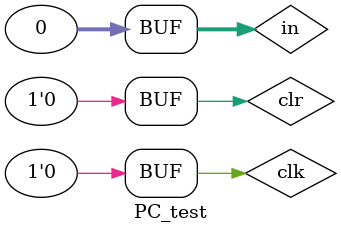
<source format=v>
`timescale 1ns / 1ps


module PC_test;

	// Inputs
	reg clk;
	reg clr;
	reg [31:0] in;

	// Outputs
	wire [31:0] PC_now;

	// Instantiate the Unit Under Test (UUT)
	PC uut (
		.PC_now(PC_now), 
		.clk(clk), 
		.clr(clr), 
		.in(in)
	);

	initial begin
		// Initialize Inputs
		clk = 0;
		clr = 0;
		in = 0;

		// Wait 100 ns for global reset to finish
		#100;
        
		// Add stimulus here

	end
      
endmodule


</source>
